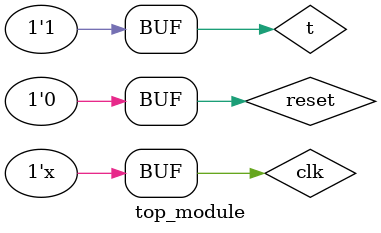
<source format=v>
module top_module ();

	reg clk, reset, t;
	wire q;

	tff tff(clk, reset, t, q);

	initial
		clk = 1'b0;

	always
		#5 clk = ~clk;

	initial begin
		reset = 1'b1;
		#10 reset = 1'b0;
	end

	initial begin
		t = 1'b0;
		#20 t = 1'b1;
	end

endmodule

</source>
